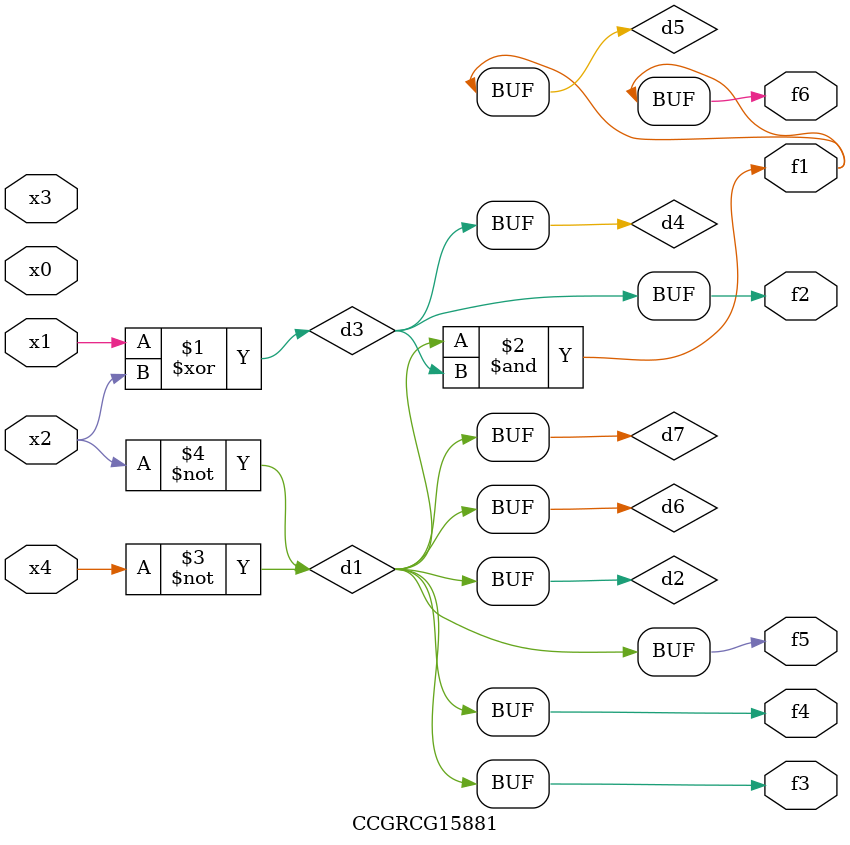
<source format=v>
module CCGRCG15881(
	input x0, x1, x2, x3, x4,
	output f1, f2, f3, f4, f5, f6
);

	wire d1, d2, d3, d4, d5, d6, d7;

	not (d1, x4);
	not (d2, x2);
	xor (d3, x1, x2);
	buf (d4, d3);
	and (d5, d1, d3);
	buf (d6, d1, d2);
	buf (d7, d2);
	assign f1 = d5;
	assign f2 = d4;
	assign f3 = d7;
	assign f4 = d7;
	assign f5 = d7;
	assign f6 = d5;
endmodule

</source>
